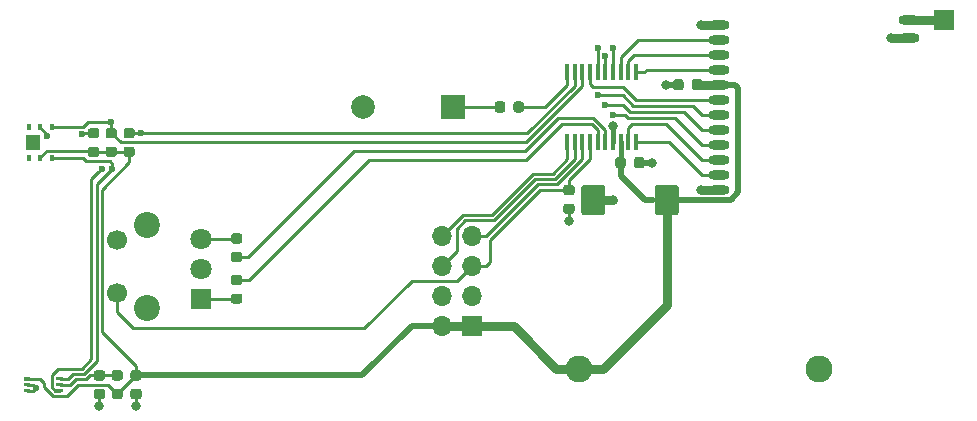
<source format=gbr>
G04 #@! TF.GenerationSoftware,KiCad,Pcbnew,5.1.8-db9833491~87~ubuntu20.04.1*
G04 #@! TF.CreationDate,2020-11-19T10:24:25+01:00*
G04 #@! TF.ProjectId,malory,6d616c6f-7279-42e6-9b69-6361645f7063,v1.0*
G04 #@! TF.SameCoordinates,Original*
G04 #@! TF.FileFunction,Copper,L1,Top*
G04 #@! TF.FilePolarity,Positive*
%FSLAX46Y46*%
G04 Gerber Fmt 4.6, Leading zero omitted, Abs format (unit mm)*
G04 Created by KiCad (PCBNEW 5.1.8-db9833491~87~ubuntu20.04.1) date 2020-11-19 10:24:25*
%MOMM*%
%LPD*%
G01*
G04 APERTURE LIST*
G04 #@! TA.AperFunction,SMDPad,CuDef*
%ADD10R,0.450000X1.450000*%
G04 #@! TD*
G04 #@! TA.AperFunction,ComponentPad*
%ADD11R,2.000000X2.000000*%
G04 #@! TD*
G04 #@! TA.AperFunction,ComponentPad*
%ADD12C,2.000000*%
G04 #@! TD*
G04 #@! TA.AperFunction,ComponentPad*
%ADD13R,1.800000X1.800000*%
G04 #@! TD*
G04 #@! TA.AperFunction,ComponentPad*
%ADD14C,1.800000*%
G04 #@! TD*
G04 #@! TA.AperFunction,ComponentPad*
%ADD15R,1.700000X1.700000*%
G04 #@! TD*
G04 #@! TA.AperFunction,ComponentPad*
%ADD16O,1.700000X1.700000*%
G04 #@! TD*
G04 #@! TA.AperFunction,ComponentPad*
%ADD17C,2.286000*%
G04 #@! TD*
G04 #@! TA.AperFunction,SMDPad,CuDef*
%ADD18O,1.800000X0.800000*%
G04 #@! TD*
G04 #@! TA.AperFunction,ComponentPad*
%ADD19C,2.200000*%
G04 #@! TD*
G04 #@! TA.AperFunction,ComponentPad*
%ADD20C,1.700000*%
G04 #@! TD*
G04 #@! TA.AperFunction,SMDPad,CuDef*
%ADD21R,0.450000X0.630000*%
G04 #@! TD*
G04 #@! TA.AperFunction,SMDPad,CuDef*
%ADD22R,1.300000X0.650000*%
G04 #@! TD*
G04 #@! TA.AperFunction,SMDPad,CuDef*
%ADD23C,0.100000*%
G04 #@! TD*
G04 #@! TA.AperFunction,ViaPad*
%ADD24C,0.800000*%
G04 #@! TD*
G04 #@! TA.AperFunction,ViaPad*
%ADD25C,0.600000*%
G04 #@! TD*
G04 #@! TA.AperFunction,Conductor*
%ADD26C,0.250000*%
G04 #@! TD*
G04 #@! TA.AperFunction,Conductor*
%ADD27C,0.750000*%
G04 #@! TD*
G04 #@! TA.AperFunction,Conductor*
%ADD28C,0.500000*%
G04 #@! TD*
G04 #@! TA.AperFunction,Conductor*
%ADD29C,0.400000*%
G04 #@! TD*
G04 APERTURE END LIST*
G04 #@! TA.AperFunction,SMDPad,CuDef*
G36*
G01*
X160070000Y-95845000D02*
X160070000Y-97895000D01*
G75*
G02*
X159820000Y-98145000I-250000J0D01*
G01*
X158245000Y-98145000D01*
G75*
G02*
X157995000Y-97895000I0J250000D01*
G01*
X157995000Y-95845000D01*
G75*
G02*
X158245000Y-95595000I250000J0D01*
G01*
X159820000Y-95595000D01*
G75*
G02*
X160070000Y-95845000I0J-250000D01*
G01*
G37*
G04 #@! TD.AperFunction*
G04 #@! TA.AperFunction,SMDPad,CuDef*
G36*
G01*
X153845000Y-95845000D02*
X153845000Y-97895000D01*
G75*
G02*
X153595000Y-98145000I-250000J0D01*
G01*
X152020000Y-98145000D01*
G75*
G02*
X151770000Y-97895000I0J250000D01*
G01*
X151770000Y-95845000D01*
G75*
G02*
X152020000Y-95595000I250000J0D01*
G01*
X153595000Y-95595000D01*
G75*
G02*
X153845000Y-95845000I0J-250000D01*
G01*
G37*
G04 #@! TD.AperFunction*
G04 #@! TA.AperFunction,SMDPad,CuDef*
G36*
G01*
X113843750Y-112850000D02*
X114356250Y-112850000D01*
G75*
G02*
X114575000Y-113068750I0J-218750D01*
G01*
X114575000Y-113506250D01*
G75*
G02*
X114356250Y-113725000I-218750J0D01*
G01*
X113843750Y-113725000D01*
G75*
G02*
X113625000Y-113506250I0J218750D01*
G01*
X113625000Y-113068750D01*
G75*
G02*
X113843750Y-112850000I218750J0D01*
G01*
G37*
G04 #@! TD.AperFunction*
G04 #@! TA.AperFunction,SMDPad,CuDef*
G36*
G01*
X113843750Y-111275000D02*
X114356250Y-111275000D01*
G75*
G02*
X114575000Y-111493750I0J-218750D01*
G01*
X114575000Y-111931250D01*
G75*
G02*
X114356250Y-112150000I-218750J0D01*
G01*
X113843750Y-112150000D01*
G75*
G02*
X113625000Y-111931250I0J218750D01*
G01*
X113625000Y-111493750D01*
G75*
G02*
X113843750Y-111275000I218750J0D01*
G01*
G37*
G04 #@! TD.AperFunction*
D10*
X150575000Y-91950000D03*
X151225000Y-91950000D03*
X151875000Y-91950000D03*
X152525000Y-91950000D03*
X153175000Y-91950000D03*
X153825000Y-91950000D03*
X154475000Y-91950000D03*
X155125000Y-91950000D03*
X155775000Y-91950000D03*
X156425000Y-91950000D03*
X156425000Y-86050000D03*
X155775000Y-86050000D03*
X155125000Y-86050000D03*
X154475000Y-86050000D03*
X153825000Y-86050000D03*
X153175000Y-86050000D03*
X152525000Y-86050000D03*
X151875000Y-86050000D03*
X151225000Y-86050000D03*
X150575000Y-86050000D03*
G04 #@! TA.AperFunction,SMDPad,CuDef*
G36*
G01*
X154687500Y-93956250D02*
X154687500Y-93443750D01*
G75*
G02*
X154906250Y-93225000I218750J0D01*
G01*
X155343750Y-93225000D01*
G75*
G02*
X155562500Y-93443750I0J-218750D01*
G01*
X155562500Y-93956250D01*
G75*
G02*
X155343750Y-94175000I-218750J0D01*
G01*
X154906250Y-94175000D01*
G75*
G02*
X154687500Y-93956250I0J218750D01*
G01*
G37*
G04 #@! TD.AperFunction*
G04 #@! TA.AperFunction,SMDPad,CuDef*
G36*
G01*
X156262500Y-93956250D02*
X156262500Y-93443750D01*
G75*
G02*
X156481250Y-93225000I218750J0D01*
G01*
X156918750Y-93225000D01*
G75*
G02*
X157137500Y-93443750I0J-218750D01*
G01*
X157137500Y-93956250D01*
G75*
G02*
X156918750Y-94175000I-218750J0D01*
G01*
X156481250Y-94175000D01*
G75*
G02*
X156262500Y-93956250I0J218750D01*
G01*
G37*
G04 #@! TD.AperFunction*
D11*
X140930000Y-89000000D03*
D12*
X133330000Y-89000000D03*
G04 #@! TA.AperFunction,SMDPad,CuDef*
G36*
G01*
X160450000Y-86843750D02*
X160450000Y-87356250D01*
G75*
G02*
X160231250Y-87575000I-218750J0D01*
G01*
X159793750Y-87575000D01*
G75*
G02*
X159575000Y-87356250I0J218750D01*
G01*
X159575000Y-86843750D01*
G75*
G02*
X159793750Y-86625000I218750J0D01*
G01*
X160231250Y-86625000D01*
G75*
G02*
X160450000Y-86843750I0J-218750D01*
G01*
G37*
G04 #@! TD.AperFunction*
G04 #@! TA.AperFunction,SMDPad,CuDef*
G36*
G01*
X162025000Y-86843750D02*
X162025000Y-87356250D01*
G75*
G02*
X161806250Y-87575000I-218750J0D01*
G01*
X161368750Y-87575000D01*
G75*
G02*
X161150000Y-87356250I0J218750D01*
G01*
X161150000Y-86843750D01*
G75*
G02*
X161368750Y-86625000I218750J0D01*
G01*
X161806250Y-86625000D01*
G75*
G02*
X162025000Y-86843750I0J-218750D01*
G01*
G37*
G04 #@! TD.AperFunction*
G04 #@! TA.AperFunction,SMDPad,CuDef*
G36*
G01*
X110756250Y-93225000D02*
X110243750Y-93225000D01*
G75*
G02*
X110025000Y-93006250I0J218750D01*
G01*
X110025000Y-92568750D01*
G75*
G02*
X110243750Y-92350000I218750J0D01*
G01*
X110756250Y-92350000D01*
G75*
G02*
X110975000Y-92568750I0J-218750D01*
G01*
X110975000Y-93006250D01*
G75*
G02*
X110756250Y-93225000I-218750J0D01*
G01*
G37*
G04 #@! TD.AperFunction*
G04 #@! TA.AperFunction,SMDPad,CuDef*
G36*
G01*
X110756250Y-91650000D02*
X110243750Y-91650000D01*
G75*
G02*
X110025000Y-91431250I0J218750D01*
G01*
X110025000Y-90993750D01*
G75*
G02*
X110243750Y-90775000I218750J0D01*
G01*
X110756250Y-90775000D01*
G75*
G02*
X110975000Y-90993750I0J-218750D01*
G01*
X110975000Y-91431250D01*
G75*
G02*
X110756250Y-91650000I-218750J0D01*
G01*
G37*
G04 #@! TD.AperFunction*
G04 #@! TA.AperFunction,SMDPad,CuDef*
G36*
G01*
X111256250Y-113725000D02*
X110743750Y-113725000D01*
G75*
G02*
X110525000Y-113506250I0J218750D01*
G01*
X110525000Y-113068750D01*
G75*
G02*
X110743750Y-112850000I218750J0D01*
G01*
X111256250Y-112850000D01*
G75*
G02*
X111475000Y-113068750I0J-218750D01*
G01*
X111475000Y-113506250D01*
G75*
G02*
X111256250Y-113725000I-218750J0D01*
G01*
G37*
G04 #@! TD.AperFunction*
G04 #@! TA.AperFunction,SMDPad,CuDef*
G36*
G01*
X111256250Y-112150000D02*
X110743750Y-112150000D01*
G75*
G02*
X110525000Y-111931250I0J218750D01*
G01*
X110525000Y-111493750D01*
G75*
G02*
X110743750Y-111275000I218750J0D01*
G01*
X111256250Y-111275000D01*
G75*
G02*
X111475000Y-111493750I0J-218750D01*
G01*
X111475000Y-111931250D01*
G75*
G02*
X111256250Y-112150000I-218750J0D01*
G01*
G37*
G04 #@! TD.AperFunction*
D13*
X119570000Y-105210000D03*
D14*
X119570000Y-102670000D03*
X119570000Y-100130000D03*
G04 #@! TA.AperFunction,SMDPad,CuDef*
G36*
G01*
X122353750Y-103205000D02*
X122866250Y-103205000D01*
G75*
G02*
X123085000Y-103423750I0J-218750D01*
G01*
X123085000Y-103861250D01*
G75*
G02*
X122866250Y-104080000I-218750J0D01*
G01*
X122353750Y-104080000D01*
G75*
G02*
X122135000Y-103861250I0J218750D01*
G01*
X122135000Y-103423750D01*
G75*
G02*
X122353750Y-103205000I218750J0D01*
G01*
G37*
G04 #@! TD.AperFunction*
G04 #@! TA.AperFunction,SMDPad,CuDef*
G36*
G01*
X122353750Y-104780000D02*
X122866250Y-104780000D01*
G75*
G02*
X123085000Y-104998750I0J-218750D01*
G01*
X123085000Y-105436250D01*
G75*
G02*
X122866250Y-105655000I-218750J0D01*
G01*
X122353750Y-105655000D01*
G75*
G02*
X122135000Y-105436250I0J218750D01*
G01*
X122135000Y-104998750D01*
G75*
G02*
X122353750Y-104780000I218750J0D01*
G01*
G37*
G04 #@! TD.AperFunction*
G04 #@! TA.AperFunction,SMDPad,CuDef*
G36*
G01*
X122353750Y-101250000D02*
X122866250Y-101250000D01*
G75*
G02*
X123085000Y-101468750I0J-218750D01*
G01*
X123085000Y-101906250D01*
G75*
G02*
X122866250Y-102125000I-218750J0D01*
G01*
X122353750Y-102125000D01*
G75*
G02*
X122135000Y-101906250I0J218750D01*
G01*
X122135000Y-101468750D01*
G75*
G02*
X122353750Y-101250000I218750J0D01*
G01*
G37*
G04 #@! TD.AperFunction*
G04 #@! TA.AperFunction,SMDPad,CuDef*
G36*
G01*
X122353750Y-99675000D02*
X122866250Y-99675000D01*
G75*
G02*
X123085000Y-99893750I0J-218750D01*
G01*
X123085000Y-100331250D01*
G75*
G02*
X122866250Y-100550000I-218750J0D01*
G01*
X122353750Y-100550000D01*
G75*
G02*
X122135000Y-100331250I0J218750D01*
G01*
X122135000Y-99893750D01*
G75*
G02*
X122353750Y-99675000I218750J0D01*
G01*
G37*
G04 #@! TD.AperFunction*
G04 #@! TA.AperFunction,SMDPad,CuDef*
G36*
G01*
X112756250Y-113725000D02*
X112243750Y-113725000D01*
G75*
G02*
X112025000Y-113506250I0J218750D01*
G01*
X112025000Y-113068750D01*
G75*
G02*
X112243750Y-112850000I218750J0D01*
G01*
X112756250Y-112850000D01*
G75*
G02*
X112975000Y-113068750I0J-218750D01*
G01*
X112975000Y-113506250D01*
G75*
G02*
X112756250Y-113725000I-218750J0D01*
G01*
G37*
G04 #@! TD.AperFunction*
G04 #@! TA.AperFunction,SMDPad,CuDef*
G36*
G01*
X112756250Y-112150000D02*
X112243750Y-112150000D01*
G75*
G02*
X112025000Y-111931250I0J218750D01*
G01*
X112025000Y-111493750D01*
G75*
G02*
X112243750Y-111275000I218750J0D01*
G01*
X112756250Y-111275000D01*
G75*
G02*
X112975000Y-111493750I0J-218750D01*
G01*
X112975000Y-111931250D01*
G75*
G02*
X112756250Y-112150000I-218750J0D01*
G01*
G37*
G04 #@! TD.AperFunction*
D15*
X182500000Y-81610000D03*
G04 #@! TA.AperFunction,SMDPad,CuDef*
G36*
G01*
X112261251Y-93219999D02*
X111748751Y-93219999D01*
G75*
G02*
X111530001Y-93001249I0J218750D01*
G01*
X111530001Y-92563749D01*
G75*
G02*
X111748751Y-92344999I218750J0D01*
G01*
X112261251Y-92344999D01*
G75*
G02*
X112480001Y-92563749I0J-218750D01*
G01*
X112480001Y-93001249D01*
G75*
G02*
X112261251Y-93219999I-218750J0D01*
G01*
G37*
G04 #@! TD.AperFunction*
G04 #@! TA.AperFunction,SMDPad,CuDef*
G36*
G01*
X112261251Y-91644999D02*
X111748751Y-91644999D01*
G75*
G02*
X111530001Y-91426249I0J218750D01*
G01*
X111530001Y-90988749D01*
G75*
G02*
X111748751Y-90769999I218750J0D01*
G01*
X112261251Y-90769999D01*
G75*
G02*
X112480001Y-90988749I0J-218750D01*
G01*
X112480001Y-91426249D01*
G75*
G02*
X112261251Y-91644999I-218750J0D01*
G01*
G37*
G04 #@! TD.AperFunction*
G04 #@! TA.AperFunction,SMDPad,CuDef*
G36*
G01*
X113771251Y-91644999D02*
X113258751Y-91644999D01*
G75*
G02*
X113040001Y-91426249I0J218750D01*
G01*
X113040001Y-90988749D01*
G75*
G02*
X113258751Y-90769999I218750J0D01*
G01*
X113771251Y-90769999D01*
G75*
G02*
X113990001Y-90988749I0J-218750D01*
G01*
X113990001Y-91426249D01*
G75*
G02*
X113771251Y-91644999I-218750J0D01*
G01*
G37*
G04 #@! TD.AperFunction*
G04 #@! TA.AperFunction,SMDPad,CuDef*
G36*
G01*
X113771251Y-93219999D02*
X113258751Y-93219999D01*
G75*
G02*
X113040001Y-93001249I0J218750D01*
G01*
X113040001Y-92563749D01*
G75*
G02*
X113258751Y-92344999I218750J0D01*
G01*
X113771251Y-92344999D01*
G75*
G02*
X113990001Y-92563749I0J-218750D01*
G01*
X113990001Y-93001249D01*
G75*
G02*
X113771251Y-93219999I-218750J0D01*
G01*
G37*
G04 #@! TD.AperFunction*
X142510000Y-107560000D03*
D16*
X139970000Y-107560000D03*
X142510000Y-105020000D03*
X139970000Y-105020000D03*
X142510000Y-102480000D03*
X139970000Y-102480000D03*
X142510000Y-99940000D03*
X139970000Y-99940000D03*
G04 #@! TA.AperFunction,SMDPad,CuDef*
G36*
G01*
X151006250Y-98035000D02*
X150493750Y-98035000D01*
G75*
G02*
X150275000Y-97816250I0J218750D01*
G01*
X150275000Y-97378750D01*
G75*
G02*
X150493750Y-97160000I218750J0D01*
G01*
X151006250Y-97160000D01*
G75*
G02*
X151225000Y-97378750I0J-218750D01*
G01*
X151225000Y-97816250D01*
G75*
G02*
X151006250Y-98035000I-218750J0D01*
G01*
G37*
G04 #@! TD.AperFunction*
G04 #@! TA.AperFunction,SMDPad,CuDef*
G36*
G01*
X151006250Y-96460000D02*
X150493750Y-96460000D01*
G75*
G02*
X150275000Y-96241250I0J218750D01*
G01*
X150275000Y-95803750D01*
G75*
G02*
X150493750Y-95585000I218750J0D01*
G01*
X151006250Y-95585000D01*
G75*
G02*
X151225000Y-95803750I0J-218750D01*
G01*
X151225000Y-96241250D01*
G75*
G02*
X151006250Y-96460000I-218750J0D01*
G01*
G37*
G04 #@! TD.AperFunction*
G04 #@! TA.AperFunction,SMDPad,CuDef*
G36*
G01*
X146925000Y-88733750D02*
X146925000Y-89246250D01*
G75*
G02*
X146706250Y-89465000I-218750J0D01*
G01*
X146268750Y-89465000D01*
G75*
G02*
X146050000Y-89246250I0J218750D01*
G01*
X146050000Y-88733750D01*
G75*
G02*
X146268750Y-88515000I218750J0D01*
G01*
X146706250Y-88515000D01*
G75*
G02*
X146925000Y-88733750I0J-218750D01*
G01*
G37*
G04 #@! TD.AperFunction*
G04 #@! TA.AperFunction,SMDPad,CuDef*
G36*
G01*
X145350000Y-88733750D02*
X145350000Y-89246250D01*
G75*
G02*
X145131250Y-89465000I-218750J0D01*
G01*
X144693750Y-89465000D01*
G75*
G02*
X144475000Y-89246250I0J218750D01*
G01*
X144475000Y-88733750D01*
G75*
G02*
X144693750Y-88515000I218750J0D01*
G01*
X145131250Y-88515000D01*
G75*
G02*
X145350000Y-88733750I0J-218750D01*
G01*
G37*
G04 #@! TD.AperFunction*
D17*
X171910000Y-111160000D03*
X151590000Y-111160000D03*
D18*
X179550000Y-83110000D03*
X179550000Y-81610000D03*
X163450000Y-95985000D03*
X163450000Y-94715000D03*
X163450000Y-93445000D03*
X163450000Y-92175000D03*
X163450000Y-90905000D03*
X163450000Y-89635000D03*
X163450000Y-88365000D03*
X163450000Y-87095000D03*
X163450000Y-85825000D03*
X163450000Y-84555000D03*
X163450000Y-83285000D03*
X163450000Y-82015000D03*
D19*
X115000000Y-99000000D03*
X115000000Y-106000000D03*
D20*
X112500000Y-100250000D03*
X112500000Y-104750000D03*
D21*
X106950000Y-90660000D03*
X106000000Y-90660000D03*
X105050000Y-90660000D03*
X105050000Y-93340000D03*
X106000000Y-93340000D03*
X106950000Y-93340000D03*
D22*
X105350000Y-92325000D03*
X105350000Y-92325000D03*
X105350000Y-91675000D03*
X105350000Y-91675000D03*
G04 #@! TA.AperFunction,SMDPad,CuDef*
D23*
G36*
X107350000Y-113125000D02*
G01*
X107350000Y-112875000D01*
X107900000Y-112875000D01*
X107900000Y-113125000D01*
X107350000Y-113125000D01*
G37*
G04 #@! TD.AperFunction*
G04 #@! TA.AperFunction,SMDPad,CuDef*
G36*
X104600000Y-113125000D02*
G01*
X104600000Y-112875000D01*
X105150000Y-112875000D01*
X105150000Y-113125000D01*
X104600000Y-113125000D01*
G37*
G04 #@! TD.AperFunction*
G04 #@! TA.AperFunction,SMDPad,CuDef*
G36*
X107350000Y-112625000D02*
G01*
X107350000Y-112375000D01*
X107900000Y-112375000D01*
X107900000Y-112625000D01*
X107350000Y-112625000D01*
G37*
G04 #@! TD.AperFunction*
G04 #@! TA.AperFunction,SMDPad,CuDef*
G36*
X104600000Y-112625000D02*
G01*
X104600000Y-112375000D01*
X105150000Y-112375000D01*
X105150000Y-112625000D01*
X104600000Y-112625000D01*
G37*
G04 #@! TD.AperFunction*
G04 #@! TA.AperFunction,SMDPad,CuDef*
G36*
X107350000Y-112125000D02*
G01*
X107350000Y-111875000D01*
X107900000Y-111875000D01*
X107900000Y-112125000D01*
X107350000Y-112125000D01*
G37*
G04 #@! TD.AperFunction*
G04 #@! TA.AperFunction,SMDPad,CuDef*
G36*
X104600000Y-112150000D02*
G01*
X104600000Y-111850000D01*
X105150000Y-111850000D01*
X105150000Y-112150000D01*
X104600000Y-112150000D01*
G37*
G04 #@! TD.AperFunction*
D24*
X161950000Y-82020000D03*
X161939999Y-95980000D03*
D25*
X109500000Y-91285010D03*
D24*
X150750000Y-98630000D03*
D25*
X106517247Y-91429808D03*
X105630000Y-112749998D03*
D24*
X110999996Y-114325000D03*
X154450000Y-96870004D03*
X178040000Y-83119996D03*
X158950000Y-87100000D03*
X154475000Y-90600000D03*
X157750000Y-93700000D03*
X114100000Y-114325000D03*
D25*
X153175000Y-84000000D03*
X153175000Y-88000000D03*
X153825000Y-88800000D03*
X153825000Y-84700000D03*
X154475000Y-84000000D03*
X154475000Y-89675000D03*
X112000000Y-90259998D03*
X111200000Y-94200000D03*
X112100000Y-94200000D03*
X114490004Y-91210000D03*
D26*
X163445000Y-82020000D02*
X163450000Y-82015000D01*
D27*
X161950000Y-82020000D02*
X163445000Y-82020000D01*
D26*
X163445000Y-95980000D02*
X163450000Y-95985000D01*
D27*
X161939999Y-95980000D02*
X163445000Y-95980000D01*
D26*
X110392500Y-91320000D02*
X110500000Y-91212500D01*
X109572510Y-91212500D02*
X109500000Y-91285010D01*
X110500000Y-91212500D02*
X109572510Y-91212500D01*
X109485010Y-91300000D02*
X109500000Y-91285010D01*
X150750000Y-97597500D02*
X150750000Y-98850000D01*
X106517247Y-91267247D02*
X106517247Y-91429808D01*
X106000000Y-90750000D02*
X106517247Y-91267247D01*
X106000000Y-90660000D02*
X106000000Y-90750000D01*
X105379998Y-113000000D02*
X105630000Y-112749998D01*
X104875000Y-113000000D02*
X105379998Y-113000000D01*
X105380002Y-112500000D02*
X105630000Y-112749998D01*
X104875000Y-112500000D02*
X105380002Y-112500000D01*
X111000000Y-114219996D02*
X110999996Y-114220000D01*
X154449996Y-96870000D02*
X154450000Y-96870004D01*
D27*
X152807500Y-96870000D02*
X154449996Y-96870000D01*
X179550000Y-83110000D02*
X179540004Y-83119996D01*
X179560000Y-83120000D02*
X179550000Y-83110000D01*
X179540004Y-83119996D02*
X178605685Y-83119996D01*
X178605685Y-83119996D02*
X178040000Y-83119996D01*
D28*
X160012500Y-87100000D02*
X158800000Y-87100000D01*
D26*
X154475000Y-90625000D02*
X154450000Y-90600000D01*
X157875000Y-93700000D02*
X157925000Y-93750000D01*
D28*
X157750000Y-93700000D02*
X156700000Y-93700000D01*
D29*
X154475000Y-91950000D02*
X154475000Y-90600000D01*
D26*
X114100000Y-113287500D02*
X114100000Y-114325000D01*
X111000000Y-114324996D02*
X110999996Y-114325000D01*
X111000000Y-113287500D02*
X111000000Y-114324996D01*
X150575000Y-87100000D02*
X150575000Y-86050000D01*
X146487500Y-88990000D02*
X148685000Y-88990000D01*
X148685000Y-88990000D02*
X150575000Y-87100000D01*
X112500000Y-111712500D02*
X112500000Y-111787500D01*
X111000000Y-111712500D02*
X112500000Y-111712500D01*
X108523589Y-112500000D02*
X108973600Y-112049989D01*
X110197500Y-111712500D02*
X111000000Y-111712500D01*
X108973600Y-112049989D02*
X109860011Y-112049989D01*
X109860011Y-112049989D02*
X110197500Y-111712500D01*
X107625000Y-112500000D02*
X108523589Y-112500000D01*
X122602500Y-105210000D02*
X122610000Y-105217500D01*
X119570000Y-105210000D02*
X122602500Y-105210000D01*
X122592500Y-100130000D02*
X122610000Y-100112500D01*
X119570000Y-100130000D02*
X122592500Y-100130000D01*
X148122070Y-95530011D02*
X143712081Y-99940000D01*
X143712081Y-99940000D02*
X142510000Y-99940000D01*
X149756400Y-95530011D02*
X148122070Y-95530011D01*
X151875000Y-93411411D02*
X149756400Y-95530011D01*
X151875000Y-91950000D02*
X151875000Y-93411411D01*
X140819999Y-101630001D02*
X139970000Y-102480000D01*
X141240000Y-99320000D02*
X141240000Y-101210000D01*
X143429989Y-98570011D02*
X141989989Y-98570011D01*
X144419990Y-98560010D02*
X143439990Y-98560010D01*
X149570000Y-95080000D02*
X147900000Y-95080000D01*
X147900000Y-95080000D02*
X144419990Y-98560010D01*
X141989989Y-98570011D02*
X141240000Y-99320000D01*
X143439990Y-98560010D02*
X143429989Y-98570011D01*
X151225000Y-93425000D02*
X149570000Y-95080000D01*
X141240000Y-101210000D02*
X140819999Y-101630001D01*
X151225000Y-91950000D02*
X151225000Y-93425000D01*
X150747500Y-96020000D02*
X150750000Y-96022500D01*
X148290000Y-96020000D02*
X150747500Y-96020000D01*
X144090000Y-100220000D02*
X148290000Y-96020000D01*
X144090000Y-102140000D02*
X144090000Y-100220000D01*
X142510000Y-102480000D02*
X143750000Y-102480000D01*
X143750000Y-102480000D02*
X144090000Y-102140000D01*
X150750000Y-95200000D02*
X150750000Y-96022500D01*
X152525000Y-91950000D02*
X152525000Y-93425000D01*
X152525000Y-93425000D02*
X150750000Y-95200000D01*
X133430000Y-107740000D02*
X137430000Y-103740000D01*
X113860000Y-107740000D02*
X133430000Y-107740000D01*
X137430000Y-103740000D02*
X141250000Y-103740000D01*
X112500000Y-104750000D02*
X112500000Y-106380000D01*
X141250000Y-103740000D02*
X142510000Y-102480000D01*
X112500000Y-106380000D02*
X113860000Y-107740000D01*
X140819999Y-99090001D02*
X139970000Y-99940000D01*
X150575000Y-91950000D02*
X150575000Y-93415000D01*
X149370000Y-94620000D02*
X147710000Y-94620000D01*
X147710000Y-94620000D02*
X144220000Y-98110000D01*
X150575000Y-93415000D02*
X149370000Y-94620000D01*
X144220000Y-98110000D02*
X141800000Y-98110000D01*
X141800000Y-98110000D02*
X140819999Y-99090001D01*
X163450000Y-83285000D02*
X156569698Y-83285000D01*
X155125000Y-84729698D02*
X156569698Y-83285000D01*
X155125000Y-86050000D02*
X155125000Y-84729698D01*
X155775000Y-85075000D02*
X155775000Y-86050000D01*
X156295000Y-84555000D02*
X155775000Y-85075000D01*
X163450000Y-84555000D02*
X156295000Y-84555000D01*
X157100000Y-86050000D02*
X156425000Y-86050000D01*
X163450000Y-85825000D02*
X157325000Y-85825000D01*
X157325000Y-85825000D02*
X157100000Y-86050000D01*
X152775000Y-87275000D02*
X152525000Y-87025000D01*
X155347000Y-87275000D02*
X152775000Y-87275000D01*
X152525000Y-87025000D02*
X152525000Y-86050000D01*
X163450000Y-88365000D02*
X156437000Y-88365000D01*
X156437000Y-88365000D02*
X155347000Y-87275000D01*
X161290000Y-88900000D02*
X156210000Y-88900000D01*
X163450000Y-89635000D02*
X162025000Y-89635000D01*
X162025000Y-89635000D02*
X161290000Y-88900000D01*
X153175000Y-84000000D02*
X153175000Y-86050000D01*
X155310000Y-88000000D02*
X156210000Y-88900000D01*
X153175000Y-88000000D02*
X155310000Y-88000000D01*
X163450000Y-90905000D02*
X162025000Y-90905000D01*
X160528000Y-89408000D02*
X155956000Y-89408000D01*
X162025000Y-90905000D02*
X160528000Y-89408000D01*
X153825000Y-84700000D02*
X153825000Y-86050000D01*
X155348000Y-88800000D02*
X155956000Y-89408000D01*
X153825000Y-88800000D02*
X155348000Y-88800000D01*
X154475000Y-84000000D02*
X154475000Y-86050000D01*
X162025000Y-92175000D02*
X163450000Y-92175000D01*
X159766000Y-89916000D02*
X162025000Y-92175000D01*
X155716000Y-89916000D02*
X159766000Y-89916000D01*
X154475000Y-89675000D02*
X155475000Y-89675000D01*
X155475000Y-89675000D02*
X155716000Y-89916000D01*
X155775000Y-90775000D02*
X155775000Y-91950000D01*
X156126000Y-90424000D02*
X155775000Y-90775000D01*
X159004000Y-90424000D02*
X156126000Y-90424000D01*
X163450000Y-93445000D02*
X162025000Y-93445000D01*
X162025000Y-93445000D02*
X159004000Y-90424000D01*
X156900000Y-91950000D02*
X156425000Y-91950000D01*
X159260000Y-91950000D02*
X156900000Y-91950000D01*
X163450000Y-94715000D02*
X162025000Y-94715000D01*
X162025000Y-94715000D02*
X159260000Y-91950000D01*
X153175000Y-90950000D02*
X153175000Y-91950000D01*
X152675000Y-90450000D02*
X153175000Y-90950000D01*
X147135001Y-93475000D02*
X150160001Y-90450000D01*
X133855000Y-93475000D02*
X147135001Y-93475000D01*
X123687500Y-103642500D02*
X133855000Y-93475000D01*
X122610000Y-103642500D02*
X123687500Y-103642500D01*
X150160001Y-90450000D02*
X152675000Y-90450000D01*
X123612500Y-101687500D02*
X122610000Y-101687500D01*
X153825000Y-90963589D02*
X152811411Y-89950000D01*
X153825000Y-91950000D02*
X153825000Y-90963589D01*
X152811411Y-89950000D02*
X149806410Y-89950000D01*
X149806410Y-89950000D02*
X147031410Y-92725000D01*
X147031410Y-92725000D02*
X132575000Y-92725000D01*
X132575000Y-92725000D02*
X123612500Y-101687500D01*
X112005001Y-91207499D02*
X112005001Y-90264999D01*
X109990002Y-90259998D02*
X111575736Y-90259998D01*
X111575736Y-90259998D02*
X112000000Y-90259998D01*
X109590000Y-90660000D02*
X109990002Y-90259998D01*
X106950000Y-90660000D02*
X109590000Y-90660000D01*
X112005001Y-90264999D02*
X112000000Y-90259998D01*
X106980000Y-111690000D02*
X107530011Y-111139989D01*
X109497189Y-111139989D02*
X110300000Y-110337178D01*
X107530011Y-111139989D02*
X109497189Y-111139989D01*
X110900001Y-94499999D02*
X111200000Y-94200000D01*
X110300000Y-95100000D02*
X110900001Y-94499999D01*
X106980000Y-112720000D02*
X106980000Y-111690000D01*
X107260000Y-113000000D02*
X106980000Y-112720000D01*
X110300000Y-110337178D02*
X110300000Y-95100000D01*
X107625000Y-113000000D02*
X107260000Y-113000000D01*
X151875000Y-87245000D02*
X151875000Y-86050000D01*
X112005001Y-91207499D02*
X112787502Y-91990000D01*
X147130000Y-91990000D02*
X151875000Y-87245000D01*
X112787502Y-91990000D02*
X147130000Y-91990000D01*
X113517502Y-91210000D02*
X113515001Y-91207499D01*
X151225000Y-86050000D02*
X151225000Y-87225000D01*
X151225000Y-87225000D02*
X147240000Y-91210000D01*
X113515001Y-91207499D02*
X114487503Y-91207499D01*
X114487503Y-91207499D02*
X114490004Y-91210000D01*
X147240000Y-91210000D02*
X115490004Y-91210000D01*
X111889262Y-93564998D02*
X112100000Y-93775736D01*
X109834998Y-93564998D02*
X111889262Y-93564998D01*
X106950000Y-93340000D02*
X109610000Y-93340000D01*
X112100000Y-93775736D02*
X112100000Y-94200000D01*
X109610000Y-93340000D02*
X109834998Y-93564998D01*
X115490004Y-91210000D02*
X114490004Y-91210000D01*
X111800001Y-94499999D02*
X112100000Y-94200000D01*
X108375000Y-112000000D02*
X108785000Y-111590000D01*
X107625000Y-112000000D02*
X108375000Y-112000000D01*
X110750011Y-110523578D02*
X110750011Y-95549989D01*
X108785000Y-111590000D02*
X109683590Y-111590000D01*
X110750011Y-95549989D02*
X111800001Y-94499999D01*
X109683590Y-111590000D02*
X110750011Y-110523578D01*
D27*
X179550000Y-81610000D02*
X182500000Y-81610000D01*
D26*
X112000000Y-92787500D02*
X112005001Y-92782499D01*
X110500000Y-92787500D02*
X112000000Y-92787500D01*
X112005001Y-92782499D02*
X113515001Y-92782499D01*
X110412500Y-92700000D02*
X110500000Y-92787500D01*
X106550000Y-92700000D02*
X110412500Y-92700000D01*
X106000000Y-93340000D02*
X106000000Y-93250000D01*
X106000000Y-93250000D02*
X106550000Y-92700000D01*
D27*
X141410000Y-107560000D02*
X139970000Y-107560000D01*
X142510000Y-107560000D02*
X141410000Y-107560000D01*
D26*
X111712500Y-112500000D02*
X109160000Y-112500000D01*
X107073600Y-113450011D02*
X106320000Y-112696411D01*
X106320000Y-112696411D02*
X106320000Y-112340000D01*
X105980000Y-112000000D02*
X105250000Y-112000000D01*
X105250000Y-112000000D02*
X104875000Y-112000000D01*
X112500000Y-113287500D02*
X111712500Y-112500000D01*
X108209989Y-113450011D02*
X107073600Y-113450011D01*
X109160000Y-112500000D02*
X108209989Y-113450011D01*
X106320000Y-112340000D02*
X105980000Y-112000000D01*
X114075000Y-111712500D02*
X112500000Y-113287500D01*
X114100000Y-111712500D02*
X114075000Y-111712500D01*
D28*
X114675000Y-111712500D02*
X114100000Y-111712500D01*
X133267500Y-111712500D02*
X115675000Y-111712500D01*
X139970000Y-107560000D02*
X137420000Y-107560000D01*
X137420000Y-107560000D02*
X133267500Y-111712500D01*
X159032500Y-96870000D02*
X159032500Y-96617500D01*
X114675000Y-111712500D02*
X115675000Y-111712500D01*
D26*
X163445000Y-87100000D02*
X163450000Y-87095000D01*
D27*
X161587500Y-87100000D02*
X163445000Y-87100000D01*
D26*
X160170000Y-96870000D02*
X159032500Y-96870000D01*
D29*
X155125000Y-91950000D02*
X155125000Y-93700000D01*
D26*
X157895000Y-96870000D02*
X159032500Y-96870000D01*
D28*
X157195000Y-96870000D02*
X157895000Y-96870000D01*
X155125000Y-93700000D02*
X155125000Y-94800000D01*
X155125000Y-94800000D02*
X157195000Y-96870000D01*
X164430000Y-96870000D02*
X160170000Y-96870000D01*
X165100000Y-96200000D02*
X164430000Y-96870000D01*
X165100000Y-87400000D02*
X165100000Y-96200000D01*
X163450000Y-87095000D02*
X164795000Y-87095000D01*
X164795000Y-87095000D02*
X165100000Y-87400000D01*
D26*
X113515001Y-93319999D02*
X113515001Y-92782499D01*
X113515001Y-93684999D02*
X113515001Y-93319999D01*
X111200022Y-108025022D02*
X111200022Y-95999978D01*
X111200022Y-95999978D02*
X113515001Y-93684999D01*
X114100000Y-111712500D02*
X114100000Y-110925000D01*
X114100000Y-110925000D02*
X111200022Y-108025022D01*
D27*
X159032500Y-105742500D02*
X159032500Y-96870000D01*
X151590000Y-111160000D02*
X153615000Y-111160000D01*
X153615000Y-111160000D02*
X159032500Y-105742500D01*
X149685000Y-111160000D02*
X151590000Y-111160000D01*
X142510000Y-107560000D02*
X146085000Y-107560000D01*
X146085000Y-107560000D02*
X149685000Y-111160000D01*
D26*
X144902500Y-89000000D02*
X144912500Y-88990000D01*
X140930000Y-89000000D02*
X144902500Y-89000000D01*
M02*

</source>
